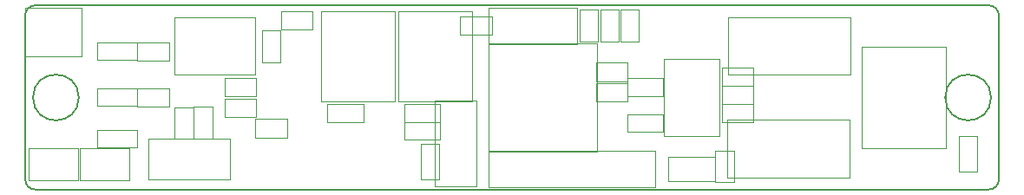
<source format=gbr>
%TF.GenerationSoftware,KiCad,Pcbnew,4.0.7*%
%TF.CreationDate,2018-01-21T21:44:22+02:00*%
%TF.ProjectId,OilMeteo_V2.0,4F696C4D6574656F5F56322E302E6B69,rev?*%
%TF.FileFunction,Other,User*%
%FSLAX46Y46*%
G04 Gerber Fmt 4.6, Leading zero omitted, Abs format (unit mm)*
G04 Created by KiCad (PCBNEW 4.0.7) date 01/21/18 21:44:22*
%MOMM*%
%LPD*%
G01*
G04 APERTURE LIST*
%ADD10C,0.150000*%
%ADD11C,0.050000*%
G04 APERTURE END LIST*
D10*
X100000000Y-35000000D02*
X193000000Y-35000000D01*
X99000000Y-52000000D02*
X99000000Y-36000000D01*
X193000000Y-53000000D02*
X100000000Y-53000000D01*
X194000000Y-36000000D02*
X194000000Y-52000000D01*
X194000000Y-36000000D02*
G75*
G03X193000000Y-35000000I-1000000J0D01*
G01*
X193000000Y-53000000D02*
G75*
G03X194000000Y-52000000I0J1000000D01*
G01*
X99000000Y-52000000D02*
G75*
G03X100000000Y-53000000I1000000J0D01*
G01*
X100000000Y-35000000D02*
G75*
G03X99000000Y-36000000I0J-1000000D01*
G01*
X104236068Y-44000000D02*
G75*
G03X104236068Y-44000000I-2236068J0D01*
G01*
X193236068Y-44000000D02*
G75*
G03X193236068Y-44000000I-2236068J0D01*
G01*
D11*
X139380000Y-48500000D02*
X139380000Y-52000000D01*
X139380000Y-48500000D02*
X137630000Y-48500000D01*
X137630000Y-52000000D02*
X139380000Y-52000000D01*
X137630000Y-52000000D02*
X137630000Y-48500000D01*
X143000000Y-44300000D02*
X139000000Y-44300000D01*
X139000000Y-44300000D02*
X139000000Y-52700000D01*
X139000000Y-52700000D02*
X143000000Y-52700000D01*
X143000000Y-52700000D02*
X143000000Y-44300000D01*
X139500000Y-48130000D02*
X136000000Y-48130000D01*
X139500000Y-48130000D02*
X139500000Y-46380000D01*
X136000000Y-46380000D02*
X136000000Y-48130000D01*
X136000000Y-46380000D02*
X139500000Y-46380000D01*
X191880000Y-47750000D02*
X191880000Y-51250000D01*
X191880000Y-47750000D02*
X190130000Y-47750000D01*
X190130000Y-51250000D02*
X191880000Y-51250000D01*
X190130000Y-51250000D02*
X190130000Y-47750000D01*
X157750000Y-42120000D02*
X161250000Y-42120000D01*
X157750000Y-42120000D02*
X157750000Y-43870000D01*
X161250000Y-43870000D02*
X161250000Y-42120000D01*
X161250000Y-43870000D02*
X157750000Y-43870000D01*
X132000000Y-46380000D02*
X128500000Y-46380000D01*
X132000000Y-46380000D02*
X132000000Y-44630000D01*
X128500000Y-44630000D02*
X128500000Y-46380000D01*
X128500000Y-44630000D02*
X132000000Y-44630000D01*
X139500000Y-46380000D02*
X136000000Y-46380000D01*
X139500000Y-46380000D02*
X139500000Y-44630000D01*
X136000000Y-44630000D02*
X136000000Y-46380000D01*
X136000000Y-44630000D02*
X139500000Y-44630000D01*
X161250000Y-47380000D02*
X157750000Y-47380000D01*
X161250000Y-47380000D02*
X161250000Y-45630000D01*
X157750000Y-45630000D02*
X157750000Y-47380000D01*
X157750000Y-45630000D02*
X161250000Y-45630000D01*
X161700000Y-49840000D02*
X166300000Y-49840000D01*
X161700000Y-52160000D02*
X166300000Y-52160000D01*
X161700000Y-49840000D02*
X161700000Y-52160000D01*
X166300000Y-49840000D02*
X166300000Y-52160000D01*
X180660000Y-48940000D02*
X188850000Y-48940000D01*
X188850000Y-48940000D02*
X188850000Y-39050000D01*
X188850000Y-39050000D02*
X180660000Y-39050000D01*
X180660000Y-39050000D02*
X180660000Y-48940000D01*
X144200000Y-38800000D02*
X152850000Y-38800000D01*
X152850000Y-38800000D02*
X152850000Y-35200000D01*
X152850000Y-35200000D02*
X144200000Y-35200000D01*
X144200000Y-35200000D02*
X144200000Y-38800000D01*
X104350000Y-52050000D02*
X109200000Y-52050000D01*
X109200000Y-52050000D02*
X109200000Y-48950000D01*
X109200000Y-48950000D02*
X104350000Y-48950000D01*
X104350000Y-48950000D02*
X104350000Y-52050000D01*
X99350000Y-52050000D02*
X104200000Y-52050000D01*
X104200000Y-52050000D02*
X104200000Y-48950000D01*
X104200000Y-48950000D02*
X99350000Y-48950000D01*
X99350000Y-48950000D02*
X99350000Y-52050000D01*
X144200000Y-52800000D02*
X160500000Y-52800000D01*
X160500000Y-52800000D02*
X160500000Y-49200000D01*
X160500000Y-49200000D02*
X144200000Y-49200000D01*
X144200000Y-49200000D02*
X144200000Y-52800000D01*
X109950000Y-38650000D02*
X109950000Y-40350000D01*
X109950000Y-40350000D02*
X106050000Y-40350000D01*
X106050000Y-40350000D02*
X106050000Y-38650000D01*
X106050000Y-38650000D02*
X109950000Y-38650000D01*
X109950000Y-43150000D02*
X109950000Y-44850000D01*
X109950000Y-44850000D02*
X106050000Y-44850000D01*
X106050000Y-44850000D02*
X106050000Y-43150000D01*
X106050000Y-43150000D02*
X109950000Y-43150000D01*
X99040000Y-35270000D02*
X104500000Y-35270000D01*
X99040000Y-35270000D02*
X99040000Y-40010000D01*
X104500000Y-40010000D02*
X104500000Y-35270000D01*
X104500000Y-40010000D02*
X99040000Y-40010000D01*
X117257400Y-44932000D02*
X117257400Y-48032000D01*
X117257400Y-44932000D02*
X115457400Y-44932000D01*
X115457400Y-48032000D02*
X117257400Y-48032000D01*
X115457400Y-48032000D02*
X115457400Y-44932000D01*
X157800000Y-44400000D02*
X154700000Y-44400000D01*
X157800000Y-44400000D02*
X157800000Y-42600000D01*
X154700000Y-42600000D02*
X154700000Y-44400000D01*
X154700000Y-42600000D02*
X157800000Y-42600000D01*
X157800000Y-42400000D02*
X154700000Y-42400000D01*
X157800000Y-42400000D02*
X157800000Y-40600000D01*
X154700000Y-40600000D02*
X154700000Y-42400000D01*
X154700000Y-40600000D02*
X157800000Y-40600000D01*
X109950000Y-43100000D02*
X113050000Y-43100000D01*
X109950000Y-43100000D02*
X109950000Y-44900000D01*
X113050000Y-44900000D02*
X113050000Y-43100000D01*
X113050000Y-44900000D02*
X109950000Y-44900000D01*
X154900000Y-35450000D02*
X154900000Y-38550000D01*
X154900000Y-35450000D02*
X153100000Y-35450000D01*
X153100000Y-38550000D02*
X154900000Y-38550000D01*
X153100000Y-38550000D02*
X153100000Y-35450000D01*
X109950000Y-38600000D02*
X113050000Y-38600000D01*
X109950000Y-38600000D02*
X109950000Y-40400000D01*
X113050000Y-40400000D02*
X113050000Y-38600000D01*
X113050000Y-40400000D02*
X109950000Y-40400000D01*
X124550000Y-47900000D02*
X121450000Y-47900000D01*
X124550000Y-47900000D02*
X124550000Y-46100000D01*
X121450000Y-46100000D02*
X121450000Y-47900000D01*
X121450000Y-46100000D02*
X124550000Y-46100000D01*
X113600000Y-48050000D02*
X113600000Y-44950000D01*
X113600000Y-48050000D02*
X115400000Y-48050000D01*
X115400000Y-44950000D02*
X113600000Y-44950000D01*
X115400000Y-44950000D02*
X115400000Y-48050000D01*
X118450000Y-42100000D02*
X121550000Y-42100000D01*
X118450000Y-42100000D02*
X118450000Y-43900000D01*
X121550000Y-43900000D02*
X121550000Y-42100000D01*
X121550000Y-43900000D02*
X118450000Y-43900000D01*
X118450000Y-44100000D02*
X121550000Y-44100000D01*
X118450000Y-44100000D02*
X118450000Y-45900000D01*
X121550000Y-45900000D02*
X121550000Y-44100000D01*
X121550000Y-45900000D02*
X118450000Y-45900000D01*
X141450000Y-36100000D02*
X144550000Y-36100000D01*
X141450000Y-36100000D02*
X141450000Y-37900000D01*
X144550000Y-37900000D02*
X144550000Y-36100000D01*
X144550000Y-37900000D02*
X141450000Y-37900000D01*
X123900000Y-37450000D02*
X123900000Y-40550000D01*
X123900000Y-37450000D02*
X122100000Y-37450000D01*
X122100000Y-40550000D02*
X123900000Y-40550000D01*
X122100000Y-40550000D02*
X122100000Y-37450000D01*
X123950000Y-35600000D02*
X127050000Y-35600000D01*
X123950000Y-35600000D02*
X123950000Y-37400000D01*
X127050000Y-37400000D02*
X127050000Y-35600000D01*
X127050000Y-37400000D02*
X123950000Y-37400000D01*
X166950000Y-41100000D02*
X170050000Y-41100000D01*
X166950000Y-41100000D02*
X166950000Y-42900000D01*
X170050000Y-42900000D02*
X170050000Y-41100000D01*
X170050000Y-42900000D02*
X166950000Y-42900000D01*
X166950000Y-44600000D02*
X170050000Y-44600000D01*
X166950000Y-44600000D02*
X166950000Y-46400000D01*
X170050000Y-46400000D02*
X170050000Y-44600000D01*
X170050000Y-46400000D02*
X166950000Y-46400000D01*
X166950000Y-42850000D02*
X170050000Y-42850000D01*
X166950000Y-42850000D02*
X166950000Y-44650000D01*
X170050000Y-44650000D02*
X170050000Y-42850000D01*
X170050000Y-44650000D02*
X166950000Y-44650000D01*
X156900000Y-35450000D02*
X156900000Y-38550000D01*
X156900000Y-35450000D02*
X155100000Y-35450000D01*
X155100000Y-38550000D02*
X156900000Y-38550000D01*
X155100000Y-38550000D02*
X155100000Y-35450000D01*
X158900000Y-35450000D02*
X158900000Y-38550000D01*
X158900000Y-35450000D02*
X157100000Y-35450000D01*
X157100000Y-38550000D02*
X158900000Y-38550000D01*
X157100000Y-38550000D02*
X157100000Y-35450000D01*
X168150000Y-49200000D02*
X168150000Y-52300000D01*
X168150000Y-49200000D02*
X166350000Y-49200000D01*
X166350000Y-52300000D02*
X168150000Y-52300000D01*
X166350000Y-52300000D02*
X166350000Y-49200000D01*
X109950000Y-47150000D02*
X109950000Y-48850000D01*
X109950000Y-48850000D02*
X106050000Y-48850000D01*
X106050000Y-48850000D02*
X106050000Y-47150000D01*
X106050000Y-47150000D02*
X109950000Y-47150000D01*
X111050000Y-48000000D02*
X118950000Y-48000000D01*
X118950000Y-48000000D02*
X118950000Y-52000000D01*
X118950000Y-52000000D02*
X111050000Y-52000000D01*
X111050000Y-52000000D02*
X111050000Y-48000000D01*
X154800000Y-38700000D02*
X144200000Y-38700000D01*
X154800000Y-49300000D02*
X144200000Y-49300000D01*
X154800000Y-38700000D02*
X154800000Y-49300000D01*
X144200000Y-38700000D02*
X144200000Y-49300000D01*
X135400000Y-35600000D02*
X135400000Y-44400000D01*
X142600000Y-35600000D02*
X135400000Y-35600000D01*
X142600000Y-44400000D02*
X142600000Y-35600000D01*
X135400000Y-44400000D02*
X142600000Y-44400000D01*
X113550000Y-36200000D02*
X113550000Y-41800000D01*
X121450000Y-36200000D02*
X121450000Y-41800000D01*
X113550000Y-36200000D02*
X121450000Y-36200000D01*
X113550000Y-41800000D02*
X121450000Y-41800000D01*
X127900000Y-35600000D02*
X127900000Y-44400000D01*
X135100000Y-35600000D02*
X127900000Y-35600000D01*
X135100000Y-44400000D02*
X135100000Y-35600000D01*
X127900000Y-44400000D02*
X135100000Y-44400000D01*
X166700000Y-40270000D02*
X161300000Y-40270000D01*
X166700000Y-47730000D02*
X161300000Y-47730000D01*
X166700000Y-40270000D02*
X166700000Y-47730000D01*
X161300000Y-40270000D02*
X161300000Y-47730000D01*
X167500000Y-46200000D02*
X167500000Y-51800000D01*
X167500000Y-51800000D02*
X179400000Y-51800000D01*
X179400000Y-51800000D02*
X179400000Y-46200000D01*
X179400000Y-46200000D02*
X167500000Y-46200000D01*
X179500000Y-41800000D02*
X179500000Y-36200000D01*
X179500000Y-36200000D02*
X167600000Y-36200000D01*
X167600000Y-36200000D02*
X167600000Y-41800000D01*
X167600000Y-41800000D02*
X179500000Y-41800000D01*
M02*

</source>
